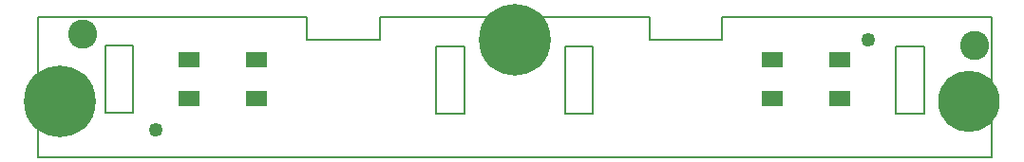
<source format=gbr>
G04 #@! TF.FileFunction,Soldermask,Bot*
%FSLAX46Y46*%
G04 Gerber Fmt 4.6, Leading zero omitted, Abs format (unit mm)*
G04 Created by KiCad (PCBNEW no-vcs-found-undefined) date Tue Nov  8 14:46:45 2016*
%MOMM*%
%LPD*%
G01*
G04 APERTURE LIST*
%ADD10C,0.600000*%
%ADD11C,0.150000*%
%ADD12C,5.480000*%
%ADD13C,6.400000*%
%ADD14C,1.254000*%
%ADD15R,1.924000X1.400000*%
%ADD16C,2.600000*%
G04 APERTURE END LIST*
D10*
D11*
X124500000Y-75100000D02*
X124500000Y-81100000D01*
X122000000Y-81100000D02*
X122000000Y-75100000D01*
X124500000Y-81100000D02*
X122000000Y-81100000D01*
X122000000Y-75100000D02*
X124500000Y-75100000D01*
X151500000Y-81100000D02*
X151500000Y-75100000D01*
X154000000Y-75100000D02*
X154000000Y-81100000D01*
X151500000Y-75100000D02*
X154000000Y-75100000D01*
X154000000Y-81100000D02*
X151500000Y-81100000D01*
X110500000Y-81100000D02*
X110500000Y-75100000D01*
X110500000Y-75100000D02*
X113000000Y-75100000D01*
X113000000Y-75100000D02*
X113000000Y-81100000D01*
X113000000Y-81100000D02*
X110500000Y-81100000D01*
X83500000Y-81000000D02*
X81000000Y-81000000D01*
X83500000Y-75000000D02*
X83500000Y-81000000D01*
X81000000Y-75000000D02*
X83500000Y-75000000D01*
X81000000Y-81000000D02*
X81000000Y-75000000D01*
X136000000Y-72500000D02*
X160000000Y-72500000D01*
X136000000Y-74500000D02*
X136000000Y-72500000D01*
X129500000Y-74500000D02*
X136000000Y-74500000D01*
X129500000Y-72500000D02*
X129500000Y-74500000D01*
X105500000Y-72500000D02*
X129500000Y-72500000D01*
X105500000Y-74500000D02*
X105500000Y-72500000D01*
X99000000Y-74500000D02*
X105500000Y-74500000D01*
X99000000Y-72500000D02*
X99000000Y-74500000D01*
X75000000Y-72500000D02*
X99000000Y-72500000D01*
X160000000Y-72500000D02*
X160000000Y-85000000D01*
X75000000Y-85000000D02*
X75000000Y-72500000D01*
X75000000Y-85000000D02*
X160000000Y-85000000D01*
D12*
X158000000Y-80000000D03*
D13*
X117500000Y-74500000D03*
X77000000Y-80000000D03*
D14*
X149000000Y-74500000D03*
X85500000Y-82500000D03*
D15*
X88500000Y-79750000D03*
X88500000Y-76250000D03*
X94500000Y-76250000D03*
X94500000Y-79750000D03*
X140500000Y-79750000D03*
X140500000Y-76250000D03*
X146500000Y-76250000D03*
X146500000Y-79750000D03*
D16*
X79000000Y-74000000D03*
X158500000Y-75000000D03*
M02*

</source>
